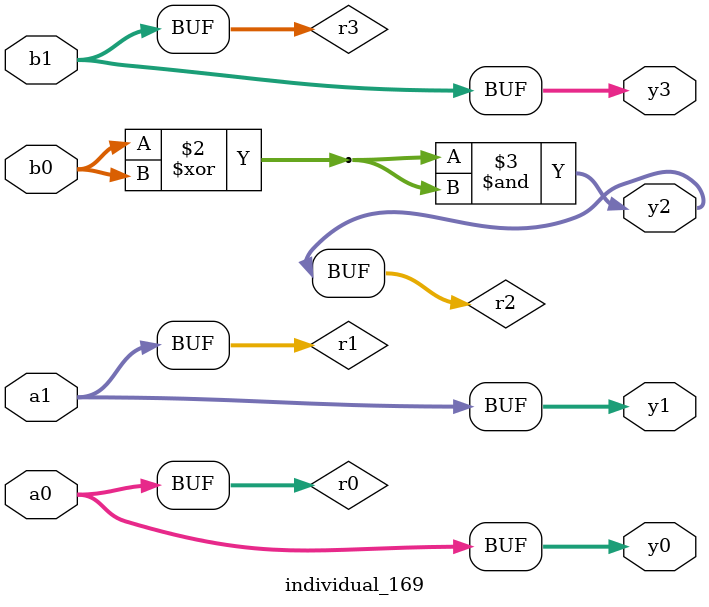
<source format=sv>
module individual_169(input logic [15:0] a1, input logic [15:0] a0, input logic [15:0] b1, input logic [15:0] b0, output logic [15:0] y3, output logic [15:0] y2, output logic [15:0] y1, output logic [15:0] y0);
logic [15:0] r0, r1, r2, r3; 
 always@(*) begin 
	 r0 = a0; r1 = a1; r2 = b0; r3 = b1; 
 	 r2  ^=  b0 ;
 	 r2  &=  r2 ;
 	 y3 = r3; y2 = r2; y1 = r1; y0 = r0; 
end
endmodule
</source>
